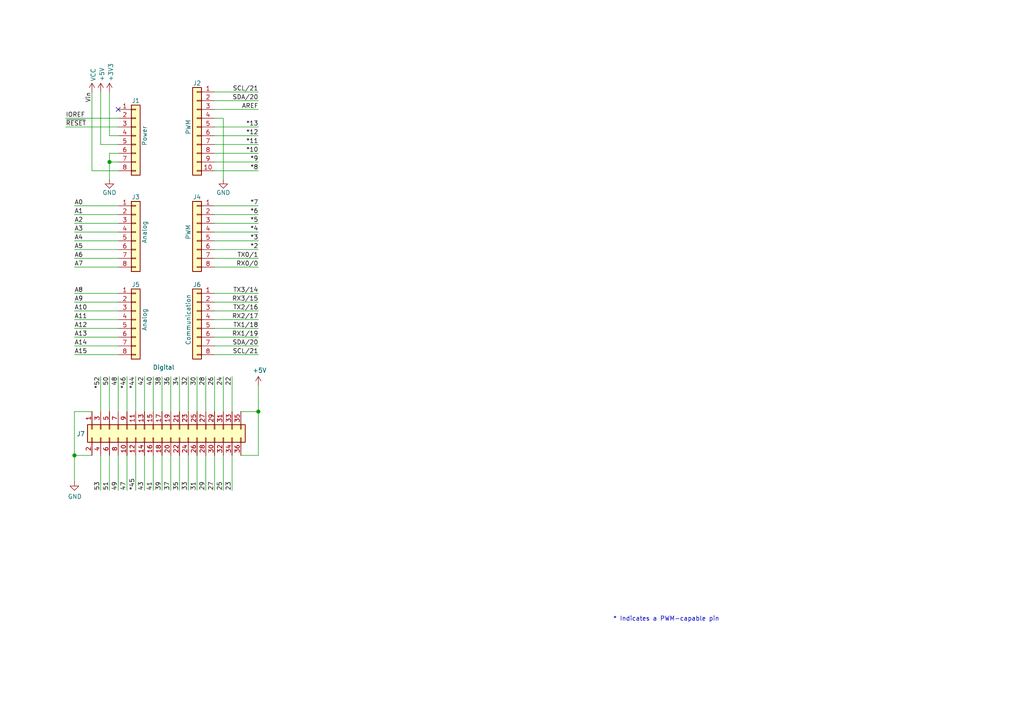
<source format=kicad_sch>
(kicad_sch (version 20231120) (generator "eeschema") (generator_version "8.0")
  (paper "A4")
  (title_block (date "mar. 31 mars 2015"))
  (lib_symbols
    (symbol "Connector_Generic:Conn_01x08" (pin_names (offset 1.016) hide)
      (property "Reference" "J" (at 0 10.16 0))
      (property "Value" "Conn_01x08" (at 0 -12.7 0))
      (symbol "Conn_01x08_1_1"
        (rectangle (start -1.27 -10.033) (end 0 -10.287) (stroke (width 0.1524)))
        (rectangle (start -1.27 -7.493) (end 0 -7.747) (stroke (width 0.1524)))
        (rectangle (start -1.27 -4.953) (end 0 -5.207) (stroke (width 0.1524)))
        (rectangle (start -1.27 -2.413) (end 0 -2.667) (stroke (width 0.1524)))
        (rectangle (start -1.27 0.127) (end 0 -0.127) (stroke (width 0.1524)))
        (rectangle (start -1.27 2.667) (end 0 2.413) (stroke (width 0.1524)))
        (rectangle (start -1.27 5.207) (end 0 4.953) (stroke (width 0.1524)))
        (rectangle (start -1.27 7.747) (end 0 7.493) (stroke (width 0.1524)))
        (rectangle (start -1.27 8.89) (end 1.27 -11.43) (stroke (width 0.254)) (fill (type background)))
        (pin passive line (at -5.08 7.62 0) (length 3.81) (name "Pin_1") (number "1"))
        (pin passive line (at -5.08 5.08 0) (length 3.81) (name "Pin_2") (number "2"))
        (pin passive line (at -5.08 2.54 0) (length 3.81) (name "Pin_3") (number "3"))
        (pin passive line (at -5.08 0 0) (length 3.81) (name "Pin_4") (number "4"))
        (pin passive line (at -5.08 -2.54 0) (length 3.81) (name "Pin_5") (number "5"))
        (pin passive line (at -5.08 -5.08 0) (length 3.81) (name "Pin_6") (number "6"))
        (pin passive line (at -5.08 -7.62 0) (length 3.81) (name "Pin_7") (number "7"))
        (pin passive line (at -5.08 -10.16 0) (length 3.81) (name "Pin_8") (number "8"))
      )
    )
    (symbol "Connector_Generic:Conn_01x10" (pin_names (offset 1.016) hide)
      (property "Reference" "J" (at 0 12.7 0))
      (property "Value" "Conn_01x10" (at 0 -15.24 0))
      (symbol "Conn_01x10_1_1"
        (rectangle (start -1.27 -12.573) (end 0 -12.827) (stroke (width 0.1524)))
        (rectangle (start -1.27 -10.033) (end 0 -10.287) (stroke (width 0.1524)))
        (rectangle (start -1.27 -7.493) (end 0 -7.747) (stroke (width 0.1524)))
        (rectangle (start -1.27 -4.953) (end 0 -5.207) (stroke (width 0.1524)))
        (rectangle (start -1.27 -2.413) (end 0 -2.667) (stroke (width 0.1524)))
        (rectangle (start -1.27 0.127) (end 0 -0.127) (stroke (width 0.1524)))
        (rectangle (start -1.27 2.667) (end 0 2.413) (stroke (width 0.1524)))
        (rectangle (start -1.27 5.207) (end 0 4.953) (stroke (width 0.1524)))
        (rectangle (start -1.27 7.747) (end 0 7.493) (stroke (width 0.1524)))
        (rectangle (start -1.27 10.287) (end 0 10.033) (stroke (width 0.1524)))
        (rectangle (start -1.27 11.43) (end 1.27 -13.97) (stroke (width 0.254)) (fill (type background)))
        (pin passive line (at -5.08 10.16 0) (length 3.81) (name "Pin_1") (number "1"))
        (pin passive line (at -5.08 -12.7 0) (length 3.81) (name "Pin_10") (number "10"))
        (pin passive line (at -5.08 7.62 0) (length 3.81) (name "Pin_2") (number "2"))
        (pin passive line (at -5.08 5.08 0) (length 3.81) (name "Pin_3") (number "3"))
        (pin passive line (at -5.08 2.54 0) (length 3.81) (name "Pin_4") (number "4"))
        (pin passive line (at -5.08 0 0) (length 3.81) (name "Pin_5") (number "5"))
        (pin passive line (at -5.08 -2.54 0) (length 3.81) (name "Pin_6") (number "6"))
        (pin passive line (at -5.08 -5.08 0) (length 3.81) (name "Pin_7") (number "7"))
        (pin passive line (at -5.08 -7.62 0) (length 3.81) (name "Pin_8") (number "8"))
        (pin passive line (at -5.08 -10.16 0) (length 3.81) (name "Pin_9") (number "9"))
      )
    )
    (symbol "Connector_Generic:Conn_02x18_Odd_Even" (pin_names (offset 1.016) hide)
      (property "Reference" "J" (at 1.27 22.86 0))
      (property "Value" "Conn_02x18_Odd_Even" (at 1.27 -25.4 0))
      (symbol "Conn_02x18_Odd_Even_1_1"
        (rectangle (start -1.27 -22.733) (end 0 -22.987) (stroke (width 0.1524)))
        (rectangle (start -1.27 -20.193) (end 0 -20.447) (stroke (width 0.1524)))
        (rectangle (start -1.27 -17.653) (end 0 -17.907) (stroke (width 0.1524)))
        (rectangle (start -1.27 -15.113) (end 0 -15.367) (stroke (width 0.1524)))
        (rectangle (start -1.27 -12.573) (end 0 -12.827) (stroke (width 0.1524)))
        (rectangle (start -1.27 -10.033) (end 0 -10.287) (stroke (width 0.1524)))
        (rectangle (start -1.27 -7.493) (end 0 -7.747) (stroke (width 0.1524)))
        (rectangle (start -1.27 -4.953) (end 0 -5.207) (stroke (width 0.1524)))
        (rectangle (start -1.27 -2.413) (end 0 -2.667) (stroke (width 0.1524)))
        (rectangle (start -1.27 0.127) (end 0 -0.127) (stroke (width 0.1524)))
        (rectangle (start -1.27 2.667) (end 0 2.413) (stroke (width 0.1524)))
        (rectangle (start -1.27 5.207) (end 0 4.953) (stroke (width 0.1524)))
        (rectangle (start -1.27 7.747) (end 0 7.493) (stroke (width 0.1524)))
        (rectangle (start -1.27 10.287) (end 0 10.033) (stroke (width 0.1524)))
        (rectangle (start -1.27 12.827) (end 0 12.573) (stroke (width 0.1524)))
        (rectangle (start -1.27 15.367) (end 0 15.113) (stroke (width 0.1524)))
        (rectangle (start -1.27 17.907) (end 0 17.653) (stroke (width 0.1524)))
        (rectangle (start -1.27 20.447) (end 0 20.193) (stroke (width 0.1524)))
        (rectangle (start -1.27 21.59) (end 3.81 -24.13) (stroke (width 0.254)) (fill (type background)))
        (rectangle (start 3.81 -22.733) (end 2.54 -22.987) (stroke (width 0.1524)))
        (rectangle (start 3.81 -20.193) (end 2.54 -20.447) (stroke (width 0.1524)))
        (rectangle (start 3.81 -17.653) (end 2.54 -17.907) (stroke (width 0.1524)))
        (rectangle (start 3.81 -15.113) (end 2.54 -15.367) (stroke (width 0.1524)))
        (rectangle (start 3.81 -12.573) (end 2.54 -12.827) (stroke (width 0.1524)))
        (rectangle (start 3.81 -10.033) (end 2.54 -10.287) (stroke (width 0.1524)))
        (rectangle (start 3.81 -7.493) (end 2.54 -7.747) (stroke (width 0.1524)))
        (rectangle (start 3.81 -4.953) (end 2.54 -5.207) (stroke (width 0.1524)))
        (rectangle (start 3.81 -2.413) (end 2.54 -2.667) (stroke (width 0.1524)))
        (rectangle (start 3.81 0.127) (end 2.54 -0.127) (stroke (width 0.1524)))
        (rectangle (start 3.81 2.667) (end 2.54 2.413) (stroke (width 0.1524)))
        (rectangle (start 3.81 5.207) (end 2.54 4.953) (stroke (width 0.1524)))
        (rectangle (start 3.81 7.747) (end 2.54 7.493) (stroke (width 0.1524)))
        (rectangle (start 3.81 10.287) (end 2.54 10.033) (stroke (width 0.1524)))
        (rectangle (start 3.81 12.827) (end 2.54 12.573) (stroke (width 0.1524)))
        (rectangle (start 3.81 15.367) (end 2.54 15.113) (stroke (width 0.1524)))
        (rectangle (start 3.81 17.907) (end 2.54 17.653) (stroke (width 0.1524)))
        (rectangle (start 3.81 20.447) (end 2.54 20.193) (stroke (width 0.1524)))
        (pin passive line (at -5.08 20.32 0) (length 3.81) (name "Pin_1") (number "1"))
        (pin passive line (at 7.62 10.16 180) (length 3.81) (name "Pin_10") (number "10"))
        (pin passive line (at -5.08 7.62 0) (length 3.81) (name "Pin_11") (number "11"))
        (pin passive line (at 7.62 7.62 180) (length 3.81) (name "Pin_12") (number "12"))
        (pin passive line (at -5.08 5.08 0) (length 3.81) (name "Pin_13") (number "13"))
        (pin passive line (at 7.62 5.08 180) (length 3.81) (name "Pin_14") (number "14"))
        (pin passive line (at -5.08 2.54 0) (length 3.81) (name "Pin_15") (number "15"))
        (pin passive line (at 7.62 2.54 180) (length 3.81) (name "Pin_16") (number "16"))
        (pin passive line (at -5.08 0 0) (length 3.81) (name "Pin_17") (number "17"))
        (pin passive line (at 7.62 0 180) (length 3.81) (name "Pin_18") (number "18"))
        (pin passive line (at -5.08 -2.54 0) (length 3.81) (name "Pin_19") (number "19"))
        (pin passive line (at 7.62 20.32 180) (length 3.81) (name "Pin_2") (number "2"))
        (pin passive line (at 7.62 -2.54 180) (length 3.81) (name "Pin_20") (number "20"))
        (pin passive line (at -5.08 -5.08 0) (length 3.81) (name "Pin_21") (number "21"))
        (pin passive line (at 7.62 -5.08 180) (length 3.81) (name "Pin_22") (number "22"))
        (pin passive line (at -5.08 -7.62 0) (length 3.81) (name "Pin_23") (number "23"))
        (pin passive line (at 7.62 -7.62 180) (length 3.81) (name "Pin_24") (number "24"))
        (pin passive line (at -5.08 -10.16 0) (length 3.81) (name "Pin_25") (number "25"))
        (pin passive line (at 7.62 -10.16 180) (length 3.81) (name "Pin_26") (number "26"))
        (pin passive line (at -5.08 -12.7 0) (length 3.81) (name "Pin_27") (number "27"))
        (pin passive line (at 7.62 -12.7 180) (length 3.81) (name "Pin_28") (number "28"))
        (pin passive line (at -5.08 -15.24 0) (length 3.81) (name "Pin_29") (number "29"))
        (pin passive line (at -5.08 17.78 0) (length 3.81) (name "Pin_3") (number "3"))
        (pin passive line (at 7.62 -15.24 180) (length 3.81) (name "Pin_30") (number "30"))
        (pin passive line (at -5.08 -17.78 0) (length 3.81) (name "Pin_31") (number "31"))
        (pin passive line (at 7.62 -17.78 180) (length 3.81) (name "Pin_32") (number "32"))
        (pin passive line (at -5.08 -20.32 0) (length 3.81) (name "Pin_33") (number "33"))
        (pin passive line (at 7.62 -20.32 180) (length 3.81) (name "Pin_34") (number "34"))
        (pin passive line (at -5.08 -22.86 0) (length 3.81) (name "Pin_35") (number "35"))
        (pin passive line (at 7.62 -22.86 180) (length 3.81) (name "Pin_36") (number "36"))
        (pin passive line (at 7.62 17.78 180) (length 3.81) (name "Pin_4") (number "4"))
        (pin passive line (at -5.08 15.24 0) (length 3.81) (name "Pin_5") (number "5"))
        (pin passive line (at 7.62 15.24 180) (length 3.81) (name "Pin_6") (number "6"))
        (pin passive line (at -5.08 12.7 0) (length 3.81) (name "Pin_7") (number "7"))
        (pin passive line (at 7.62 12.7 180) (length 3.81) (name "Pin_8") (number "8"))
        (pin passive line (at -5.08 10.16 0) (length 3.81) (name "Pin_9") (number "9"))
      )
    )
    (symbol "power:+3V3" (power) (pin_names (offset 0))
      (property "Value" "+3V3" (at 0 3.556 0))
      (symbol "+3V3_0_1"
        (polyline (pts (xy -0.762 1.27) (xy 0 2.54)))
        (polyline (pts (xy 0 0) (xy 0 2.54)))
        (polyline (pts (xy 0 2.54) (xy 0.762 1.27)))
      )
      (symbol "+3V3_1_1"
        (pin power_in line (at 0 0 90) (length 0) hide (name "+3V3") (number "1"))
      )
    )
    (symbol "power:+5V" (power) (pin_names (offset 0))
      (property "Value" "+5V" (at 0 3.556 0))
      (symbol "+5V_0_1"
        (polyline (pts (xy -0.762 1.27) (xy 0 2.54)))
        (polyline (pts (xy 0 0) (xy 0 2.54)))
        (polyline (pts (xy 0 2.54) (xy 0.762 1.27)))
      )
      (symbol "+5V_1_1"
        (pin power_in line (at 0 0 90) (length 0) hide (name "+5V") (number "1"))
      )
    )
    (symbol "power:GND" (power) (pin_names (offset 0))
      (property "Value" "GND" (at 0 -3.81 0))
      (symbol "GND_0_1"
        (polyline (pts (xy 0 0) (xy 0 -1.27) (xy 1.27 -1.27) (xy 0 -2.54) (xy -1.27 -1.27) (xy 0 -1.27)))
      )
      (symbol "GND_1_1"
        (pin power_in line (at 0 0 270) (length 0) hide (name "GND") (number "1"))
      )
    )
    (symbol "power:VCC" (power) (pin_names (offset 0))
      (property "Value" "VCC" (at 0 3.81 0))
      (symbol "VCC_0_1"
        (polyline (pts (xy -0.762 1.27) (xy 0 2.54)))
        (polyline (pts (xy 0 0) (xy 0 2.54)))
        (polyline (pts (xy 0 2.54) (xy 0.762 1.27)))
      )
      (symbol "VCC_1_1"
        (pin power_in line (at 0 0 90) (length 0) hide (name "VCC") (number "1"))
      )
    )
  )
  (junction (at 21.59 132.08) (diameter 1.016))
  (junction (at 31.75 46.99) (diameter 1.016))
  (junction (at 74.93 119.38) (diameter 1.016))
  (no_connect (at 34.29 31.75))
  (wire (pts (xy 62.23 77.47) (xy 74.93 77.47)))
  (wire (pts (xy 21.59 77.47) (xy 34.29 77.47)))
  (wire (pts (xy 62.23 44.45) (xy 74.93 44.45)))
  (wire (pts (xy 44.45 109.22) (xy 44.45 119.38)))
  (wire (pts (xy 62.23 26.67) (xy 74.93 26.67)))
  (wire (pts (xy 46.99 109.22) (xy 46.99 119.38)))
  (wire (pts (xy 74.93 119.38) (xy 74.93 132.08)))
  (wire (pts (xy 26.67 119.38) (xy 21.59 119.38)))
  (wire (pts (xy 62.23 90.17) (xy 74.93 90.17)))
  (wire (pts (xy 31.75 44.45) (xy 31.75 46.99)))
  (wire (pts (xy 49.53 132.08) (xy 49.53 142.24)))
  (wire (pts (xy 21.59 72.39) (xy 34.29 72.39)))
  (wire (pts (xy 54.61 109.22) (xy 54.61 119.38)))
  (wire (pts (xy 31.75 109.22) (xy 31.75 119.38)))
  (wire (pts (xy 67.31 109.22) (xy 67.31 119.38)))
  (wire (pts (xy 31.75 46.99) (xy 31.75 52.07)))
  (wire (pts (xy 62.23 132.08) (xy 62.23 142.24)))
  (wire (pts (xy 31.75 39.37) (xy 34.29 39.37)))
  (wire (pts (xy 41.91 109.22) (xy 41.91 119.38)))
  (wire (pts (xy 29.21 41.91) (xy 34.29 41.91)))
  (wire (pts (xy 52.07 132.08) (xy 52.07 142.24)))
  (wire (pts (xy 29.21 26.67) (xy 29.21 41.91)))
  (wire (pts (xy 21.59 102.87) (xy 34.29 102.87)))
  (wire (pts (xy 36.83 132.08) (xy 36.83 142.24)))
  (wire (pts (xy 59.69 132.08) (xy 59.69 142.24)))
  (wire (pts (xy 62.23 36.83) (xy 74.93 36.83)))
  (wire (pts (xy 31.75 26.67) (xy 31.75 39.37)))
  (wire (pts (xy 62.23 59.69) (xy 74.93 59.69)))
  (wire (pts (xy 34.29 59.69) (xy 21.59 59.69)))
  (wire (pts (xy 62.23 39.37) (xy 74.93 39.37)))
  (wire (pts (xy 34.29 100.33) (xy 21.59 100.33)))
  (wire (pts (xy 62.23 62.23) (xy 74.93 62.23)))
  (wire (pts (xy 62.23 97.79) (xy 74.93 97.79)))
  (wire (pts (xy 52.07 109.22) (xy 52.07 119.38)))
  (wire (pts (xy 21.59 119.38) (xy 21.59 132.08)))
  (wire (pts (xy 36.83 109.22) (xy 36.83 119.38)))
  (wire (pts (xy 26.67 132.08) (xy 21.59 132.08)))
  (wire (pts (xy 62.23 46.99) (xy 74.93 46.99)))
  (wire (pts (xy 59.69 109.22) (xy 59.69 119.38)))
  (wire (pts (xy 57.15 109.22) (xy 57.15 119.38)))
  (wire (pts (xy 39.37 132.08) (xy 39.37 142.24)))
  (wire (pts (xy 57.15 132.08) (xy 57.15 142.24)))
  (wire (pts (xy 34.29 132.08) (xy 34.29 142.24)))
  (wire (pts (xy 64.77 109.22) (xy 64.77 119.38)))
  (wire (pts (xy 62.23 67.31) (xy 74.93 67.31)))
  (wire (pts (xy 44.45 132.08) (xy 44.45 142.24)))
  (wire (pts (xy 39.37 109.22) (xy 39.37 119.38)))
  (wire (pts (xy 19.05 34.29) (xy 34.29 34.29)))
  (wire (pts (xy 62.23 87.63) (xy 74.93 87.63)))
  (wire (pts (xy 74.93 111.76) (xy 74.93 119.38)))
  (wire (pts (xy 64.77 34.29) (xy 64.77 52.07)))
  (wire (pts (xy 62.23 102.87) (xy 74.93 102.87)))
  (wire (pts (xy 62.23 31.75) (xy 74.93 31.75)))
  (wire (pts (xy 69.85 119.38) (xy 74.93 119.38)))
  (wire (pts (xy 62.23 95.25) (xy 74.93 95.25)))
  (wire (pts (xy 21.59 92.71) (xy 34.29 92.71)))
  (wire (pts (xy 34.29 64.77) (xy 21.59 64.77)))
  (wire (pts (xy 19.05 36.83) (xy 34.29 36.83)))
  (wire (pts (xy 62.23 85.09) (xy 74.93 85.09)))
  (wire (pts (xy 34.29 46.99) (xy 31.75 46.99)))
  (wire (pts (xy 34.29 49.53) (xy 26.67 49.53)))
  (wire (pts (xy 29.21 109.22) (xy 29.21 119.38)))
  (wire (pts (xy 21.59 62.23) (xy 34.29 62.23)))
  (wire (pts (xy 31.75 132.08) (xy 31.75 142.24)))
  (wire (pts (xy 54.61 132.08) (xy 54.61 142.24)))
  (wire (pts (xy 34.29 90.17) (xy 21.59 90.17)))
  (wire (pts (xy 29.21 132.08) (xy 29.21 142.24)))
  (wire (pts (xy 62.23 92.71) (xy 74.93 92.71)))
  (wire (pts (xy 62.23 34.29) (xy 64.77 34.29)))
  (wire (pts (xy 46.99 132.08) (xy 46.99 142.24)))
  (wire (pts (xy 34.29 44.45) (xy 31.75 44.45)))
  (wire (pts (xy 21.59 97.79) (xy 34.29 97.79)))
  (wire (pts (xy 62.23 109.22) (xy 62.23 119.38)))
  (wire (pts (xy 62.23 41.91) (xy 74.93 41.91)))
  (wire (pts (xy 49.53 109.22) (xy 49.53 119.38)))
  (wire (pts (xy 21.59 87.63) (xy 34.29 87.63)))
  (wire (pts (xy 62.23 64.77) (xy 74.93 64.77)))
  (wire (pts (xy 21.59 67.31) (xy 34.29 67.31)))
  (wire (pts (xy 34.29 109.22) (xy 34.29 119.38)))
  (wire (pts (xy 62.23 100.33) (xy 74.93 100.33)))
  (wire (pts (xy 74.93 132.08) (xy 69.85 132.08)))
  (wire (pts (xy 34.29 85.09) (xy 21.59 85.09)))
  (wire (pts (xy 67.31 132.08) (xy 67.31 142.24)))
  (wire (pts (xy 62.23 29.21) (xy 74.93 29.21)))
  (wire (pts (xy 64.77 132.08) (xy 64.77 142.24)))
  (wire (pts (xy 62.23 72.39) (xy 74.93 72.39)))
  (wire (pts (xy 62.23 69.85) (xy 74.93 69.85)))
  (wire (pts (xy 41.91 132.08) (xy 41.91 142.24)))
  (wire (pts (xy 62.23 74.93) (xy 74.93 74.93)))
  (wire (pts (xy 34.29 95.25) (xy 21.59 95.25)))
  (wire (pts (xy 26.67 49.53) (xy 26.67 26.67)))
  (wire (pts (xy 21.59 132.08) (xy 21.59 139.7)))
  (wire (pts (xy 34.29 74.93) (xy 21.59 74.93)))
  (wire (pts (xy 34.29 69.85) (xy 21.59 69.85)))
  (wire (pts (xy 62.23 49.53) (xy 74.93 49.53)))
  (text "* Indicates a PWM-capable pin" (at 177.8 180.34 0) (effects (font (size 1.27 1.27)) (justify left bottom)))
  (label "A10" (at 21.59 90.17 0))
  (label "RX0{slash}0" (at 74.93 77.47 180))
  (label "A15" (at 21.59 102.87 0))
  (label "A2" (at 21.59 64.77 0))
  (label "RX2{slash}17" (at 74.93 92.71 180))
  (label "*4" (at 74.93 67.31 180))
  (label "SDA{slash}20" (at 74.93 100.33 180))
  (label "26" (at 62.23 109.22 270))
  (label "31" (at 57.15 142.24 90))
  (label "22" (at 67.31 109.22 270))
  (label "33" (at 54.61 142.24 90))
  (label "36" (at 49.53 109.22 270))
  (label "*2" (at 74.93 72.39 180))
  (label "TX1{slash}18" (at 74.93 95.25 180))
  (label "*44" (at 39.37 109.22 270))
  (label "A3" (at 21.59 67.31 0))
  (label "*13" (at 74.93 36.83 180))
  (label "*52" (at 29.21 109.22 270))
  (label "*12" (at 74.93 39.37 180))
  (label "40" (at 44.45 109.22 270))
  (label "~{RESET}" (at 19.05 36.83 0))
  (label "35" (at 52.07 142.24 90))
  (label "*10" (at 74.93 44.45 180))
  (label "28" (at 59.69 109.22 270))
  (label "23" (at 67.31 142.24 90))
  (label "29" (at 59.69 142.24 90))
  (label "A13" (at 21.59 97.79 0))
  (label "41" (at 44.45 142.24 90))
  (label "30" (at 57.15 109.22 270))
  (label "47" (at 36.83 142.24 90))
  (label "34" (at 52.07 109.22 270))
  (label "*45" (at 39.37 142.24 90))
  (label "38" (at 46.99 109.22 270))
  (label "51" (at 31.75 142.24 90))
  (label "*7" (at 74.93 59.69 180))
  (label "SDA{slash}20" (at 74.93 29.21 180))
  (label "*8" (at 74.93 49.53 180))
  (label "A9" (at 21.59 87.63 0))
  (label "*11" (at 74.93 41.91 180))
  (label "*3" (at 74.93 69.85 180))
  (label "A6" (at 21.59 74.93 0))
  (label "42" (at 41.91 109.22 270))
  (label "A1" (at 21.59 62.23 0))
  (label "53" (at 29.21 142.24 90))
  (label "TX0{slash}1" (at 74.93 74.93 180))
  (label "24" (at 64.77 109.22 270))
  (label "RX1{slash}19" (at 74.93 97.79 180))
  (label "A0" (at 21.59 59.69 0))
  (label "AREF" (at 74.93 31.75 180))
  (label "A14" (at 21.59 100.33 0))
  (label "39" (at 46.99 142.24 90))
  (label "A8" (at 21.59 85.09 0))
  (label "Vin" (at 26.67 26.67 270))
  (label "27" (at 62.23 142.24 90))
  (label "37" (at 49.53 142.24 90))
  (label "25" (at 64.77 142.24 90))
  (label "*6" (at 74.93 62.23 180))
  (label "*46" (at 36.83 109.22 270))
  (label "SCL{slash}21" (at 74.93 26.67 180))
  (label "*9" (at 74.93 46.99 180))
  (label "50" (at 31.75 109.22 270))
  (label "TX2{slash}16" (at 74.93 90.17 180))
  (label "*5" (at 74.93 64.77 180))
  (label "IOREF" (at 19.05 34.29 0))
  (label "A7" (at 21.59 77.47 0))
  (label "A11" (at 21.59 92.71 0))
  (label "A4" (at 21.59 69.85 0))
  (label "49" (at 34.29 142.24 90))
  (label "A5" (at 21.59 72.39 0))
  (label "RX3{slash}15" (at 74.93 87.63 180))
  (label "TX3{slash}14" (at 74.93 85.09 180))
  (label "32" (at 54.61 109.22 270))
  (label "43" (at 41.91 142.24 90))
  (label "A12" (at 21.59 95.25 0))
  (label "SCL{slash}21" (at 74.93 102.87 180))
  (label "48" (at 34.29 109.22 270))
  (symbol (lib_id "Connector_Generic:Conn_01x08") (at 39.37 39.37 0) (unit 1)
    (property "Reference" "J1" (at 39.37 29.21 0))
    (property "Value" "Power" (at 41.91 39.37 90))
    (property "Footprint" "Connector_PinSocket_2.54mm:PinSocket_1x08_P2.54mm_Vertical" (effects (hide yes)))
  )
  (symbol (lib_id "power:+3V3") (at 31.75 26.67 0) (unit 1)
    (property "Reference" "#PWR03" (effects (hide yes)))
    (property "Value" "+3V3" (at 32.131 23.622 90) (effects (justify left)))
  )
  (symbol (lib_id "power:+5V") (at 29.21 26.67 0) (unit 1)
    (property "Reference" "#PWR02" (effects (hide yes)))
    (property "Value" "+5V" (at 29.5656 23.622 90) (effects (justify left)))
  )
  (symbol (lib_id "power:GND") (at 31.75 52.07 0) (unit 1)
    (property "Reference" "#PWR04" (effects (hide yes)))
    (property "Value" "GND" (at 31.75 55.88 0))
  )
  (symbol (lib_id "Connector_Generic:Conn_01x10") (at 57.15 36.83 0) (mirror y) (unit 1)
    (property "Reference" "J2" (at 57.15 24.13 0))
    (property "Value" "PWM" (at 54.61 36.83 90))
    (property "Footprint" "Connector_PinSocket_2.54mm:PinSocket_1x10_P2.54mm_Vertical" (effects (hide yes)))
  )
  (symbol (lib_id "power:GND") (at 64.77 52.07 0) (unit 1)
    (property "Reference" "#PWR05" (effects (hide yes)))
    (property "Value" "GND" (at 64.77 55.88 0))
  )
  (symbol (lib_id "Connector_Generic:Conn_01x08") (at 39.37 67.31 0) (unit 1)
    (property "Reference" "J3" (at 39.37 57.15 0))
    (property "Value" "Analog" (at 41.91 67.31 90))
    (property "Footprint" "Connector_PinSocket_2.54mm:PinSocket_1x08_P2.54mm_Vertical" (effects (hide yes)))
  )
  (symbol (lib_id "Connector_Generic:Conn_01x08") (at 57.15 67.31 0) (mirror y) (unit 1)
    (property "Reference" "J4" (at 57.15 57.15 0))
    (property "Value" "PWM" (at 54.61 67.31 90))
    (property "Footprint" "Connector_PinSocket_2.54mm:PinSocket_1x08_P2.54mm_Vertical" (effects (hide yes)))
  )
  (symbol (lib_id "Connector_Generic:Conn_01x08") (at 39.37 92.71 0) (unit 1)
    (property "Reference" "J5" (at 39.37 82.55 0))
    (property "Value" "Analog" (at 41.91 92.71 90))
    (property "Footprint" "Connector_PinSocket_2.54mm:PinSocket_1x08_P2.54mm_Vertical" (effects (hide yes)))
  )
  (symbol (lib_id "Connector_Generic:Conn_01x08") (at 57.15 92.71 0) (mirror y) (unit 1)
    (property "Reference" "J6" (at 57.15 82.55 0))
    (property "Value" "Communication" (at 54.61 92.71 90))
    (property "Footprint" "Connector_PinSocket_2.54mm:PinSocket_1x08_P2.54mm_Vertical" (effects (hide yes)))
  )
  (symbol (lib_id "Connector_Generic:Conn_02x18_Odd_Even") (at 46.99 124.46 90) (mirror x) (unit 1)
    (property "Reference" "J7" (at 24.6379 125.8506 90) (effects (justify left)))
    (property "Value" "Digital" (at 47.498 106.553 90))
    (property "Footprint" "Connector_PinSocket_2.54mm:PinSocket_2x18_P2.54mm_Vertical" (effects (hide yes)))
  )
  (symbol (lib_id "power:GND") (at 21.59 139.7 0) (unit 1)
    (property "Reference" "#PWR07" (effects (hide yes)))
    (property "Value" "GND" (at 21.7043 144.0244 0))
  )
  (symbol (lib_id "power:+5V") (at 74.93 111.76 0) (unit 1)
    (property "Reference" "#PWR06" (effects (hide yes)))
    (property "Value" "+5V" (at 75.2983 107.4356 0))
  )
  (symbol (lib_id "power:VCC") (at 26.67 26.67 0) (unit 1)
    (property "Reference" "#PWR01" (effects (hide yes)))
    (property "Value" "VCC" (at 27.051 23.622 90) (effects (justify left)))
  )
)
</source>
